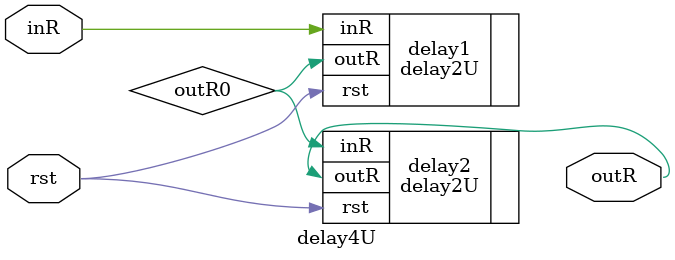
<source format=v>
`timescale 1ns / 1ps

module delay4U(inR, outR, rst);
input inR, rst;
output outR;

wire outR0;


delay2U delay1(.inR(inR), .outR(outR0), .rst(rst));
delay2U delay2(.inR(outR0), .outR(outR), .rst(rst));
endmodule


</source>
